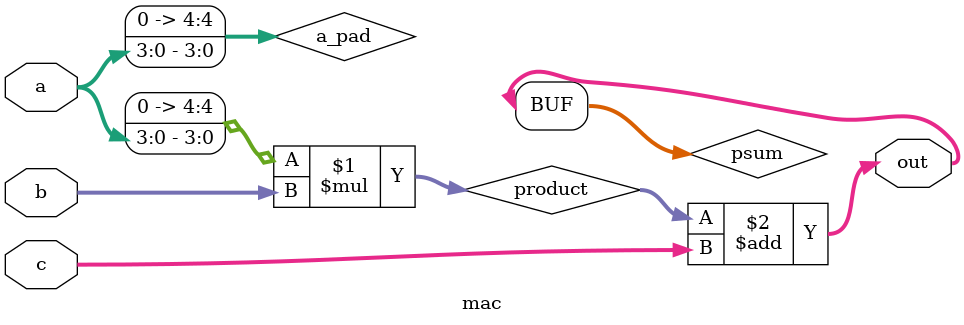
<source format=v>
module mac (out, a, b, c);

    parameter bw = 4;
    parameter psum_bw = 16;

    output signed [psum_bw-1:0] out;
    input signed  [bw-1:0]      a;  // activation
    input signed  [bw-1:0]      b;  // weight
    input signed  [psum_bw-1:0] c;

    wire signed   [2*bw:0]      product;
    wire signed   [psum_bw-1:0] psum;
    wire signed   [bw:0]        a_pad;

    assign a_pad   = {1'b0, a}; // force to be unsigned number
    assign product = a_pad * b;

    assign psum    = product + c;
    assign out     = psum;

endmodule   
</source>
